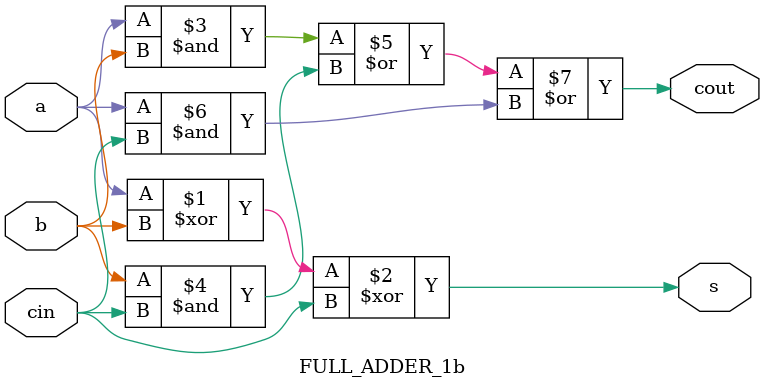
<source format=v>

module FULL_ADDER_1b(a, b, cin, s, cout);

	// a, b, and cin are inputs of 1-bit full adder
	input a;
	input b;
	input cin;

	// s and cout are outputs of 1-bit full adder
	output s;
	output cout;

///////////////////////////////////////
//
// write your code here
	assign s = a ^ b ^ cin;
	assign cout = (a & b) | (b & cin) | (a & cin);
//
///////////////////////////////////////

endmodule

</source>
